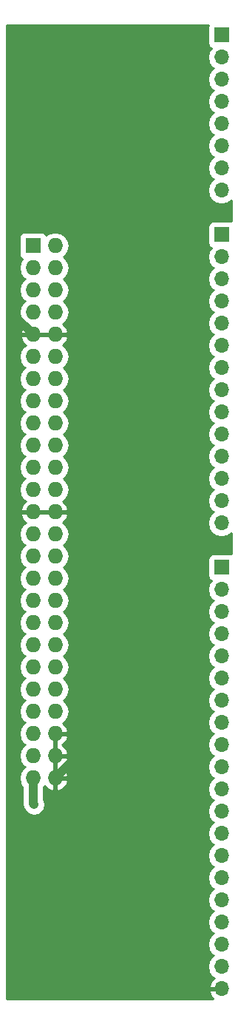
<source format=gbr>
G04 #@! TF.FileFunction,Copper,L1,Top,Signal*
%FSLAX46Y46*%
G04 Gerber Fmt 4.6, Leading zero omitted, Abs format (unit mm)*
G04 Created by KiCad (PCBNEW 4.0.7) date 05/21/18 18:47:21*
%MOMM*%
%LPD*%
G01*
G04 APERTURE LIST*
%ADD10C,0.100000*%
%ADD11R,1.700000X1.700000*%
%ADD12O,1.700000X1.700000*%
%ADD13R,1.727200X1.727200*%
%ADD14O,1.727200X1.727200*%
%ADD15C,0.800000*%
%ADD16C,0.250000*%
%ADD17C,1.000000*%
%ADD18C,0.254000*%
G04 APERTURE END LIST*
D10*
D11*
X161925000Y-101600000D03*
D12*
X161925000Y-104140000D03*
X161925000Y-106680000D03*
X161925000Y-109220000D03*
X161925000Y-111760000D03*
X161925000Y-114300000D03*
X161925000Y-116840000D03*
X161925000Y-119380000D03*
X161925000Y-121920000D03*
X161925000Y-124460000D03*
X161925000Y-127000000D03*
X161925000Y-129540000D03*
X161925000Y-132080000D03*
X161925000Y-134620000D03*
X161925000Y-137160000D03*
X161925000Y-139700000D03*
X161925000Y-142240000D03*
X161925000Y-144780000D03*
X161925000Y-147320000D03*
X161925000Y-149860000D03*
D13*
X140335000Y-64770000D03*
D14*
X142875000Y-64770000D03*
X140335000Y-67310000D03*
X142875000Y-67310000D03*
X140335000Y-69850000D03*
X142875000Y-69850000D03*
X140335000Y-72390000D03*
X142875000Y-72390000D03*
X140335000Y-74930000D03*
X142875000Y-74930000D03*
X140335000Y-77470000D03*
X142875000Y-77470000D03*
X140335000Y-80010000D03*
X142875000Y-80010000D03*
X140335000Y-82550000D03*
X142875000Y-82550000D03*
X140335000Y-85090000D03*
X142875000Y-85090000D03*
X140335000Y-87630000D03*
X142875000Y-87630000D03*
X140335000Y-90170000D03*
X142875000Y-90170000D03*
X140335000Y-92710000D03*
X142875000Y-92710000D03*
X140335000Y-95250000D03*
X142875000Y-95250000D03*
X140335000Y-97790000D03*
X142875000Y-97790000D03*
X140335000Y-100330000D03*
X142875000Y-100330000D03*
X140335000Y-102870000D03*
X142875000Y-102870000D03*
X140335000Y-105410000D03*
X142875000Y-105410000D03*
X140335000Y-107950000D03*
X142875000Y-107950000D03*
X140335000Y-110490000D03*
X142875000Y-110490000D03*
X140335000Y-113030000D03*
X142875000Y-113030000D03*
X140335000Y-115570000D03*
X142875000Y-115570000D03*
X140335000Y-118110000D03*
X142875000Y-118110000D03*
X140335000Y-120650000D03*
X142875000Y-120650000D03*
X140335000Y-123190000D03*
X142875000Y-123190000D03*
X140335000Y-125730000D03*
X142875000Y-125730000D03*
D11*
X161925000Y-40640000D03*
D12*
X161925000Y-43180000D03*
X161925000Y-45720000D03*
X161925000Y-48260000D03*
X161925000Y-50800000D03*
X161925000Y-53340000D03*
X161925000Y-55880000D03*
X161925000Y-58420000D03*
D11*
X161925000Y-63500000D03*
D12*
X161925000Y-66040000D03*
X161925000Y-68580000D03*
X161925000Y-71120000D03*
X161925000Y-73660000D03*
X161925000Y-76200000D03*
X161925000Y-78740000D03*
X161925000Y-81280000D03*
X161925000Y-83820000D03*
X161925000Y-86360000D03*
X161925000Y-88900000D03*
X161925000Y-91440000D03*
X161925000Y-93980000D03*
X161925000Y-96520000D03*
D15*
X145034000Y-117856000D03*
X145034000Y-100076000D03*
X145034000Y-86868000D03*
X145288000Y-74930000D03*
X140462000Y-128778000D03*
D16*
X142875000Y-67310000D02*
X143002000Y-67310000D01*
X143002000Y-69850000D02*
X142875000Y-69850000D01*
X161290000Y-55880000D02*
X161925000Y-55880000D01*
X161925000Y-55880000D02*
X161290000Y-55880000D01*
D17*
X145288000Y-74930000D02*
X145288000Y-61976000D01*
X138176000Y-72771000D02*
X140335000Y-74930000D01*
X138176000Y-61976000D02*
X138176000Y-72771000D01*
X139192000Y-60960000D02*
X138176000Y-61976000D01*
X144272000Y-60960000D02*
X139192000Y-60960000D01*
X145288000Y-61976000D02*
X144272000Y-60960000D01*
X145034000Y-123571000D02*
X142875000Y-125730000D01*
X145034000Y-75184000D02*
X145034000Y-86868000D01*
X145034000Y-86868000D02*
X145034000Y-100076000D01*
X145034000Y-100076000D02*
X145034000Y-117856000D01*
X145034000Y-117856000D02*
X145034000Y-123571000D01*
X145288000Y-74930000D02*
X145034000Y-75184000D01*
X140335000Y-125730000D02*
X140335000Y-128651000D01*
X140335000Y-128651000D02*
X140462000Y-128778000D01*
D18*
G36*
X160333758Y-39790000D02*
X160333758Y-41490000D01*
X160384451Y-41759410D01*
X160543672Y-42006846D01*
X160731864Y-42135433D01*
X160437147Y-42576508D01*
X160317105Y-43180000D01*
X160437147Y-43783492D01*
X160778998Y-44295107D01*
X161010811Y-44450000D01*
X160778998Y-44604893D01*
X160437147Y-45116508D01*
X160317105Y-45720000D01*
X160437147Y-46323492D01*
X160778998Y-46835107D01*
X161010811Y-46990000D01*
X160778998Y-47144893D01*
X160437147Y-47656508D01*
X160317105Y-48260000D01*
X160437147Y-48863492D01*
X160778998Y-49375107D01*
X161010811Y-49530000D01*
X160778998Y-49684893D01*
X160437147Y-50196508D01*
X160317105Y-50800000D01*
X160437147Y-51403492D01*
X160778998Y-51915107D01*
X161010811Y-52070000D01*
X160778998Y-52224893D01*
X160437147Y-52736508D01*
X160317105Y-53340000D01*
X160437147Y-53943492D01*
X160778998Y-54455107D01*
X161010811Y-54610000D01*
X160778998Y-54764893D01*
X160437147Y-55276508D01*
X160317105Y-55880000D01*
X160437147Y-56483492D01*
X160778998Y-56995107D01*
X161010811Y-57150000D01*
X160778998Y-57304893D01*
X160437147Y-57816508D01*
X160317105Y-58420000D01*
X160437147Y-59023492D01*
X160778998Y-59535107D01*
X161290613Y-59876958D01*
X161894105Y-59997000D01*
X161955895Y-59997000D01*
X162559387Y-59876958D01*
X163028000Y-59563840D01*
X163028000Y-61959991D01*
X162775000Y-61908758D01*
X161075000Y-61908758D01*
X160805590Y-61959451D01*
X160558154Y-62118672D01*
X160392157Y-62361615D01*
X160333758Y-62650000D01*
X160333758Y-64350000D01*
X160384451Y-64619410D01*
X160543672Y-64866846D01*
X160731864Y-64995433D01*
X160437147Y-65436508D01*
X160317105Y-66040000D01*
X160437147Y-66643492D01*
X160778998Y-67155107D01*
X161010811Y-67310000D01*
X160778998Y-67464893D01*
X160437147Y-67976508D01*
X160317105Y-68580000D01*
X160437147Y-69183492D01*
X160778998Y-69695107D01*
X161010811Y-69850000D01*
X160778998Y-70004893D01*
X160437147Y-70516508D01*
X160317105Y-71120000D01*
X160437147Y-71723492D01*
X160778998Y-72235107D01*
X161010811Y-72390000D01*
X160778998Y-72544893D01*
X160437147Y-73056508D01*
X160317105Y-73660000D01*
X160437147Y-74263492D01*
X160778998Y-74775107D01*
X161010811Y-74930000D01*
X160778998Y-75084893D01*
X160437147Y-75596508D01*
X160317105Y-76200000D01*
X160437147Y-76803492D01*
X160778998Y-77315107D01*
X161010811Y-77470000D01*
X160778998Y-77624893D01*
X160437147Y-78136508D01*
X160317105Y-78740000D01*
X160437147Y-79343492D01*
X160778998Y-79855107D01*
X161010811Y-80010000D01*
X160778998Y-80164893D01*
X160437147Y-80676508D01*
X160317105Y-81280000D01*
X160437147Y-81883492D01*
X160778998Y-82395107D01*
X161010811Y-82550000D01*
X160778998Y-82704893D01*
X160437147Y-83216508D01*
X160317105Y-83820000D01*
X160437147Y-84423492D01*
X160778998Y-84935107D01*
X161010811Y-85090000D01*
X160778998Y-85244893D01*
X160437147Y-85756508D01*
X160317105Y-86360000D01*
X160437147Y-86963492D01*
X160778998Y-87475107D01*
X161010811Y-87630000D01*
X160778998Y-87784893D01*
X160437147Y-88296508D01*
X160317105Y-88900000D01*
X160437147Y-89503492D01*
X160778998Y-90015107D01*
X161010811Y-90170000D01*
X160778998Y-90324893D01*
X160437147Y-90836508D01*
X160317105Y-91440000D01*
X160437147Y-92043492D01*
X160778998Y-92555107D01*
X161010811Y-92710000D01*
X160778998Y-92864893D01*
X160437147Y-93376508D01*
X160317105Y-93980000D01*
X160437147Y-94583492D01*
X160778998Y-95095107D01*
X161010811Y-95250000D01*
X160778998Y-95404893D01*
X160437147Y-95916508D01*
X160317105Y-96520000D01*
X160437147Y-97123492D01*
X160778998Y-97635107D01*
X161290613Y-97976958D01*
X161894105Y-98097000D01*
X161955895Y-98097000D01*
X162559387Y-97976958D01*
X163028000Y-97663840D01*
X163028000Y-100059991D01*
X162775000Y-100008758D01*
X161075000Y-100008758D01*
X160805590Y-100059451D01*
X160558154Y-100218672D01*
X160392157Y-100461615D01*
X160333758Y-100750000D01*
X160333758Y-102450000D01*
X160384451Y-102719410D01*
X160543672Y-102966846D01*
X160731864Y-103095433D01*
X160437147Y-103536508D01*
X160317105Y-104140000D01*
X160437147Y-104743492D01*
X160778998Y-105255107D01*
X161010811Y-105410000D01*
X160778998Y-105564893D01*
X160437147Y-106076508D01*
X160317105Y-106680000D01*
X160437147Y-107283492D01*
X160778998Y-107795107D01*
X161010811Y-107950000D01*
X160778998Y-108104893D01*
X160437147Y-108616508D01*
X160317105Y-109220000D01*
X160437147Y-109823492D01*
X160778998Y-110335107D01*
X161010811Y-110490000D01*
X160778998Y-110644893D01*
X160437147Y-111156508D01*
X160317105Y-111760000D01*
X160437147Y-112363492D01*
X160778998Y-112875107D01*
X161010811Y-113030000D01*
X160778998Y-113184893D01*
X160437147Y-113696508D01*
X160317105Y-114300000D01*
X160437147Y-114903492D01*
X160778998Y-115415107D01*
X161010811Y-115570000D01*
X160778998Y-115724893D01*
X160437147Y-116236508D01*
X160317105Y-116840000D01*
X160437147Y-117443492D01*
X160778998Y-117955107D01*
X161010811Y-118110000D01*
X160778998Y-118264893D01*
X160437147Y-118776508D01*
X160317105Y-119380000D01*
X160437147Y-119983492D01*
X160778998Y-120495107D01*
X161010811Y-120650000D01*
X160778998Y-120804893D01*
X160437147Y-121316508D01*
X160317105Y-121920000D01*
X160437147Y-122523492D01*
X160778998Y-123035107D01*
X161010811Y-123190000D01*
X160778998Y-123344893D01*
X160437147Y-123856508D01*
X160317105Y-124460000D01*
X160437147Y-125063492D01*
X160778998Y-125575107D01*
X161010811Y-125730000D01*
X160778998Y-125884893D01*
X160437147Y-126396508D01*
X160317105Y-127000000D01*
X160437147Y-127603492D01*
X160778998Y-128115107D01*
X161010811Y-128270000D01*
X160778998Y-128424893D01*
X160437147Y-128936508D01*
X160317105Y-129540000D01*
X160437147Y-130143492D01*
X160778998Y-130655107D01*
X161010811Y-130810000D01*
X160778998Y-130964893D01*
X160437147Y-131476508D01*
X160317105Y-132080000D01*
X160437147Y-132683492D01*
X160778998Y-133195107D01*
X161010811Y-133350000D01*
X160778998Y-133504893D01*
X160437147Y-134016508D01*
X160317105Y-134620000D01*
X160437147Y-135223492D01*
X160778998Y-135735107D01*
X161010811Y-135890000D01*
X160778998Y-136044893D01*
X160437147Y-136556508D01*
X160317105Y-137160000D01*
X160437147Y-137763492D01*
X160778998Y-138275107D01*
X161010811Y-138430000D01*
X160778998Y-138584893D01*
X160437147Y-139096508D01*
X160317105Y-139700000D01*
X160437147Y-140303492D01*
X160778998Y-140815107D01*
X161010811Y-140970000D01*
X160778998Y-141124893D01*
X160437147Y-141636508D01*
X160317105Y-142240000D01*
X160437147Y-142843492D01*
X160778998Y-143355107D01*
X161010811Y-143510000D01*
X160778998Y-143664893D01*
X160437147Y-144176508D01*
X160317105Y-144780000D01*
X160437147Y-145383492D01*
X160778998Y-145895107D01*
X161010811Y-146050000D01*
X160778998Y-146204893D01*
X160437147Y-146716508D01*
X160317105Y-147320000D01*
X160437147Y-147923492D01*
X160778998Y-148435107D01*
X161090118Y-148642991D01*
X161043642Y-148664817D01*
X160653355Y-149093076D01*
X160483524Y-149503110D01*
X160604845Y-149733000D01*
X161798000Y-149733000D01*
X161798000Y-149713000D01*
X162052000Y-149713000D01*
X162052000Y-149733000D01*
X162072000Y-149733000D01*
X162072000Y-149987000D01*
X162052000Y-149987000D01*
X162052000Y-150007000D01*
X161798000Y-150007000D01*
X161798000Y-149987000D01*
X160604845Y-149987000D01*
X160483524Y-150216890D01*
X160653355Y-150626924D01*
X160959632Y-150963000D01*
X137327000Y-150963000D01*
X137327000Y-97790000D01*
X138713238Y-97790000D01*
X138834315Y-98398696D01*
X139179114Y-98914724D01*
X139396535Y-99060000D01*
X139179114Y-99205276D01*
X138834315Y-99721304D01*
X138713238Y-100330000D01*
X138834315Y-100938696D01*
X139179114Y-101454724D01*
X139396535Y-101600000D01*
X139179114Y-101745276D01*
X138834315Y-102261304D01*
X138713238Y-102870000D01*
X138834315Y-103478696D01*
X139179114Y-103994724D01*
X139396535Y-104140000D01*
X139179114Y-104285276D01*
X138834315Y-104801304D01*
X138713238Y-105410000D01*
X138834315Y-106018696D01*
X139179114Y-106534724D01*
X139396535Y-106680000D01*
X139179114Y-106825276D01*
X138834315Y-107341304D01*
X138713238Y-107950000D01*
X138834315Y-108558696D01*
X139179114Y-109074724D01*
X139396535Y-109220000D01*
X139179114Y-109365276D01*
X138834315Y-109881304D01*
X138713238Y-110490000D01*
X138834315Y-111098696D01*
X139179114Y-111614724D01*
X139396535Y-111760000D01*
X139179114Y-111905276D01*
X138834315Y-112421304D01*
X138713238Y-113030000D01*
X138834315Y-113638696D01*
X139179114Y-114154724D01*
X139396535Y-114300000D01*
X139179114Y-114445276D01*
X138834315Y-114961304D01*
X138713238Y-115570000D01*
X138834315Y-116178696D01*
X139179114Y-116694724D01*
X139396535Y-116840000D01*
X139179114Y-116985276D01*
X138834315Y-117501304D01*
X138713238Y-118110000D01*
X138834315Y-118718696D01*
X139179114Y-119234724D01*
X139396535Y-119380000D01*
X139179114Y-119525276D01*
X138834315Y-120041304D01*
X138713238Y-120650000D01*
X138834315Y-121258696D01*
X139179114Y-121774724D01*
X139396535Y-121920000D01*
X139179114Y-122065276D01*
X138834315Y-122581304D01*
X138713238Y-123190000D01*
X138834315Y-123798696D01*
X139179114Y-124314724D01*
X139396535Y-124460000D01*
X139179114Y-124605276D01*
X138834315Y-125121304D01*
X138713238Y-125730000D01*
X138834315Y-126338696D01*
X139108000Y-126748294D01*
X139108000Y-128651000D01*
X139201400Y-129120553D01*
X139399632Y-129417228D01*
X139467380Y-129518620D01*
X139594380Y-129645620D01*
X139992448Y-129911600D01*
X140462000Y-130005000D01*
X140931552Y-129911600D01*
X141329620Y-129645620D01*
X141595600Y-129247552D01*
X141689000Y-128778000D01*
X141595600Y-128308448D01*
X141562000Y-128258162D01*
X141562000Y-126748294D01*
X141668689Y-126588624D01*
X141986510Y-126936821D01*
X142515973Y-127184968D01*
X142748000Y-127064469D01*
X142748000Y-125857000D01*
X143002000Y-125857000D01*
X143002000Y-127064469D01*
X143234027Y-127184968D01*
X143763490Y-126936821D01*
X144157688Y-126504947D01*
X144329958Y-126089026D01*
X144208817Y-125857000D01*
X143002000Y-125857000D01*
X142748000Y-125857000D01*
X142728000Y-125857000D01*
X142728000Y-125603000D01*
X142748000Y-125603000D01*
X142748000Y-123317000D01*
X143002000Y-123317000D01*
X143002000Y-125603000D01*
X144208817Y-125603000D01*
X144329958Y-125370974D01*
X144157688Y-124955053D01*
X143763490Y-124523179D01*
X143628687Y-124460000D01*
X143763490Y-124396821D01*
X144157688Y-123964947D01*
X144329958Y-123549026D01*
X144208817Y-123317000D01*
X143002000Y-123317000D01*
X142748000Y-123317000D01*
X142728000Y-123317000D01*
X142728000Y-123063000D01*
X142748000Y-123063000D01*
X142748000Y-120777000D01*
X143002000Y-120777000D01*
X143002000Y-123063000D01*
X144208817Y-123063000D01*
X144329958Y-122830974D01*
X144157688Y-122415053D01*
X143763490Y-121983179D01*
X143628687Y-121920000D01*
X143763490Y-121856821D01*
X144157688Y-121424947D01*
X144329958Y-121009026D01*
X144208817Y-120777000D01*
X143002000Y-120777000D01*
X142748000Y-120777000D01*
X142728000Y-120777000D01*
X142728000Y-120523000D01*
X142748000Y-120523000D01*
X142748000Y-120503000D01*
X143002000Y-120503000D01*
X143002000Y-120523000D01*
X144208817Y-120523000D01*
X144329958Y-120290974D01*
X144157688Y-119875053D01*
X143763490Y-119443179D01*
X143737289Y-119430899D01*
X144030886Y-119234724D01*
X144375685Y-118718696D01*
X144496762Y-118110000D01*
X144375685Y-117501304D01*
X144030886Y-116985276D01*
X143813465Y-116840000D01*
X144030886Y-116694724D01*
X144375685Y-116178696D01*
X144496762Y-115570000D01*
X144375685Y-114961304D01*
X144030886Y-114445276D01*
X143813465Y-114300000D01*
X144030886Y-114154724D01*
X144375685Y-113638696D01*
X144496762Y-113030000D01*
X144375685Y-112421304D01*
X144030886Y-111905276D01*
X143813465Y-111760000D01*
X144030886Y-111614724D01*
X144375685Y-111098696D01*
X144496762Y-110490000D01*
X144375685Y-109881304D01*
X144030886Y-109365276D01*
X143813465Y-109220000D01*
X144030886Y-109074724D01*
X144375685Y-108558696D01*
X144496762Y-107950000D01*
X144375685Y-107341304D01*
X144030886Y-106825276D01*
X143813465Y-106680000D01*
X144030886Y-106534724D01*
X144375685Y-106018696D01*
X144496762Y-105410000D01*
X144375685Y-104801304D01*
X144030886Y-104285276D01*
X143813465Y-104140000D01*
X144030886Y-103994724D01*
X144375685Y-103478696D01*
X144496762Y-102870000D01*
X144375685Y-102261304D01*
X144030886Y-101745276D01*
X143813465Y-101600000D01*
X144030886Y-101454724D01*
X144375685Y-100938696D01*
X144496762Y-100330000D01*
X144375685Y-99721304D01*
X144030886Y-99205276D01*
X143813465Y-99060000D01*
X144030886Y-98914724D01*
X144375685Y-98398696D01*
X144496762Y-97790000D01*
X144375685Y-97181304D01*
X144030886Y-96665276D01*
X143737289Y-96469101D01*
X143763490Y-96456821D01*
X144157688Y-96024947D01*
X144329958Y-95609026D01*
X144208817Y-95377000D01*
X143002000Y-95377000D01*
X143002000Y-95397000D01*
X142748000Y-95397000D01*
X142748000Y-95377000D01*
X140462000Y-95377000D01*
X140462000Y-95397000D01*
X140208000Y-95397000D01*
X140208000Y-95377000D01*
X139001183Y-95377000D01*
X138880042Y-95609026D01*
X139052312Y-96024947D01*
X139446510Y-96456821D01*
X139472711Y-96469101D01*
X139179114Y-96665276D01*
X138834315Y-97181304D01*
X138713238Y-97790000D01*
X137327000Y-97790000D01*
X137327000Y-77470000D01*
X138713238Y-77470000D01*
X138834315Y-78078696D01*
X139179114Y-78594724D01*
X139396535Y-78740000D01*
X139179114Y-78885276D01*
X138834315Y-79401304D01*
X138713238Y-80010000D01*
X138834315Y-80618696D01*
X139179114Y-81134724D01*
X139396535Y-81280000D01*
X139179114Y-81425276D01*
X138834315Y-81941304D01*
X138713238Y-82550000D01*
X138834315Y-83158696D01*
X139179114Y-83674724D01*
X139396535Y-83820000D01*
X139179114Y-83965276D01*
X138834315Y-84481304D01*
X138713238Y-85090000D01*
X138834315Y-85698696D01*
X139179114Y-86214724D01*
X139396535Y-86360000D01*
X139179114Y-86505276D01*
X138834315Y-87021304D01*
X138713238Y-87630000D01*
X138834315Y-88238696D01*
X139179114Y-88754724D01*
X139396535Y-88900000D01*
X139179114Y-89045276D01*
X138834315Y-89561304D01*
X138713238Y-90170000D01*
X138834315Y-90778696D01*
X139179114Y-91294724D01*
X139396535Y-91440000D01*
X139179114Y-91585276D01*
X138834315Y-92101304D01*
X138713238Y-92710000D01*
X138834315Y-93318696D01*
X139179114Y-93834724D01*
X139472711Y-94030899D01*
X139446510Y-94043179D01*
X139052312Y-94475053D01*
X138880042Y-94890974D01*
X139001183Y-95123000D01*
X140208000Y-95123000D01*
X140208000Y-95103000D01*
X140462000Y-95103000D01*
X140462000Y-95123000D01*
X142748000Y-95123000D01*
X142748000Y-95103000D01*
X143002000Y-95103000D01*
X143002000Y-95123000D01*
X144208817Y-95123000D01*
X144329958Y-94890974D01*
X144157688Y-94475053D01*
X143763490Y-94043179D01*
X143737289Y-94030899D01*
X144030886Y-93834724D01*
X144375685Y-93318696D01*
X144496762Y-92710000D01*
X144375685Y-92101304D01*
X144030886Y-91585276D01*
X143813465Y-91440000D01*
X144030886Y-91294724D01*
X144375685Y-90778696D01*
X144496762Y-90170000D01*
X144375685Y-89561304D01*
X144030886Y-89045276D01*
X143813465Y-88900000D01*
X144030886Y-88754724D01*
X144375685Y-88238696D01*
X144496762Y-87630000D01*
X144375685Y-87021304D01*
X144030886Y-86505276D01*
X143813465Y-86360000D01*
X144030886Y-86214724D01*
X144375685Y-85698696D01*
X144496762Y-85090000D01*
X144375685Y-84481304D01*
X144030886Y-83965276D01*
X143813465Y-83820000D01*
X144030886Y-83674724D01*
X144375685Y-83158696D01*
X144496762Y-82550000D01*
X144375685Y-81941304D01*
X144030886Y-81425276D01*
X143813465Y-81280000D01*
X144030886Y-81134724D01*
X144375685Y-80618696D01*
X144496762Y-80010000D01*
X144375685Y-79401304D01*
X144030886Y-78885276D01*
X143813465Y-78740000D01*
X144030886Y-78594724D01*
X144375685Y-78078696D01*
X144496762Y-77470000D01*
X144375685Y-76861304D01*
X144030886Y-76345276D01*
X143737289Y-76149101D01*
X143763490Y-76136821D01*
X144157688Y-75704947D01*
X144329958Y-75289026D01*
X144208817Y-75057000D01*
X143002000Y-75057000D01*
X143002000Y-75077000D01*
X142748000Y-75077000D01*
X142748000Y-75057000D01*
X140462000Y-75057000D01*
X140462000Y-75077000D01*
X140208000Y-75077000D01*
X140208000Y-75057000D01*
X139001183Y-75057000D01*
X138880042Y-75289026D01*
X139052312Y-75704947D01*
X139446510Y-76136821D01*
X139472711Y-76149101D01*
X139179114Y-76345276D01*
X138834315Y-76861304D01*
X138713238Y-77470000D01*
X137327000Y-77470000D01*
X137327000Y-67310000D01*
X138713238Y-67310000D01*
X138834315Y-67918696D01*
X139179114Y-68434724D01*
X139396535Y-68580000D01*
X139179114Y-68725276D01*
X138834315Y-69241304D01*
X138713238Y-69850000D01*
X138834315Y-70458696D01*
X139179114Y-70974724D01*
X139396535Y-71120000D01*
X139179114Y-71265276D01*
X138834315Y-71781304D01*
X138713238Y-72390000D01*
X138834315Y-72998696D01*
X139179114Y-73514724D01*
X139472711Y-73710899D01*
X139446510Y-73723179D01*
X139052312Y-74155053D01*
X138880042Y-74570974D01*
X139001183Y-74803000D01*
X140208000Y-74803000D01*
X140208000Y-74783000D01*
X140462000Y-74783000D01*
X140462000Y-74803000D01*
X142748000Y-74803000D01*
X142748000Y-74783000D01*
X143002000Y-74783000D01*
X143002000Y-74803000D01*
X144208817Y-74803000D01*
X144329958Y-74570974D01*
X144157688Y-74155053D01*
X143763490Y-73723179D01*
X143737289Y-73710899D01*
X144030886Y-73514724D01*
X144375685Y-72998696D01*
X144496762Y-72390000D01*
X144375685Y-71781304D01*
X144030886Y-71265276D01*
X143813465Y-71120000D01*
X144030886Y-70974724D01*
X144375685Y-70458696D01*
X144496762Y-69850000D01*
X144375685Y-69241304D01*
X144030886Y-68725276D01*
X143813465Y-68580000D01*
X144030886Y-68434724D01*
X144375685Y-67918696D01*
X144496762Y-67310000D01*
X144375685Y-66701304D01*
X144030886Y-66185276D01*
X143813465Y-66040000D01*
X144030886Y-65894724D01*
X144375685Y-65378696D01*
X144496762Y-64770000D01*
X144375685Y-64161304D01*
X144030886Y-63645276D01*
X143514858Y-63300477D01*
X142906162Y-63179400D01*
X142843838Y-63179400D01*
X142235142Y-63300477D01*
X141841751Y-63563332D01*
X141729928Y-63389554D01*
X141486985Y-63223557D01*
X141198600Y-63165158D01*
X139471400Y-63165158D01*
X139201990Y-63215851D01*
X138954554Y-63375072D01*
X138788557Y-63618015D01*
X138730158Y-63906400D01*
X138730158Y-65633600D01*
X138780851Y-65903010D01*
X138940072Y-66150446D01*
X139120165Y-66273499D01*
X138834315Y-66701304D01*
X138713238Y-67310000D01*
X137327000Y-67310000D01*
X137327000Y-39537000D01*
X160384991Y-39537000D01*
X160333758Y-39790000D01*
X160333758Y-39790000D01*
G37*
X160333758Y-39790000D02*
X160333758Y-41490000D01*
X160384451Y-41759410D01*
X160543672Y-42006846D01*
X160731864Y-42135433D01*
X160437147Y-42576508D01*
X160317105Y-43180000D01*
X160437147Y-43783492D01*
X160778998Y-44295107D01*
X161010811Y-44450000D01*
X160778998Y-44604893D01*
X160437147Y-45116508D01*
X160317105Y-45720000D01*
X160437147Y-46323492D01*
X160778998Y-46835107D01*
X161010811Y-46990000D01*
X160778998Y-47144893D01*
X160437147Y-47656508D01*
X160317105Y-48260000D01*
X160437147Y-48863492D01*
X160778998Y-49375107D01*
X161010811Y-49530000D01*
X160778998Y-49684893D01*
X160437147Y-50196508D01*
X160317105Y-50800000D01*
X160437147Y-51403492D01*
X160778998Y-51915107D01*
X161010811Y-52070000D01*
X160778998Y-52224893D01*
X160437147Y-52736508D01*
X160317105Y-53340000D01*
X160437147Y-53943492D01*
X160778998Y-54455107D01*
X161010811Y-54610000D01*
X160778998Y-54764893D01*
X160437147Y-55276508D01*
X160317105Y-55880000D01*
X160437147Y-56483492D01*
X160778998Y-56995107D01*
X161010811Y-57150000D01*
X160778998Y-57304893D01*
X160437147Y-57816508D01*
X160317105Y-58420000D01*
X160437147Y-59023492D01*
X160778998Y-59535107D01*
X161290613Y-59876958D01*
X161894105Y-59997000D01*
X161955895Y-59997000D01*
X162559387Y-59876958D01*
X163028000Y-59563840D01*
X163028000Y-61959991D01*
X162775000Y-61908758D01*
X161075000Y-61908758D01*
X160805590Y-61959451D01*
X160558154Y-62118672D01*
X160392157Y-62361615D01*
X160333758Y-62650000D01*
X160333758Y-64350000D01*
X160384451Y-64619410D01*
X160543672Y-64866846D01*
X160731864Y-64995433D01*
X160437147Y-65436508D01*
X160317105Y-66040000D01*
X160437147Y-66643492D01*
X160778998Y-67155107D01*
X161010811Y-67310000D01*
X160778998Y-67464893D01*
X160437147Y-67976508D01*
X160317105Y-68580000D01*
X160437147Y-69183492D01*
X160778998Y-69695107D01*
X161010811Y-69850000D01*
X160778998Y-70004893D01*
X160437147Y-70516508D01*
X160317105Y-71120000D01*
X160437147Y-71723492D01*
X160778998Y-72235107D01*
X161010811Y-72390000D01*
X160778998Y-72544893D01*
X160437147Y-73056508D01*
X160317105Y-73660000D01*
X160437147Y-74263492D01*
X160778998Y-74775107D01*
X161010811Y-74930000D01*
X160778998Y-75084893D01*
X160437147Y-75596508D01*
X160317105Y-76200000D01*
X160437147Y-76803492D01*
X160778998Y-77315107D01*
X161010811Y-77470000D01*
X160778998Y-77624893D01*
X160437147Y-78136508D01*
X160317105Y-78740000D01*
X160437147Y-79343492D01*
X160778998Y-79855107D01*
X161010811Y-80010000D01*
X160778998Y-80164893D01*
X160437147Y-80676508D01*
X160317105Y-81280000D01*
X160437147Y-81883492D01*
X160778998Y-82395107D01*
X161010811Y-82550000D01*
X160778998Y-82704893D01*
X160437147Y-83216508D01*
X160317105Y-83820000D01*
X160437147Y-84423492D01*
X160778998Y-84935107D01*
X161010811Y-85090000D01*
X160778998Y-85244893D01*
X160437147Y-85756508D01*
X160317105Y-86360000D01*
X160437147Y-86963492D01*
X160778998Y-87475107D01*
X161010811Y-87630000D01*
X160778998Y-87784893D01*
X160437147Y-88296508D01*
X160317105Y-88900000D01*
X160437147Y-89503492D01*
X160778998Y-90015107D01*
X161010811Y-90170000D01*
X160778998Y-90324893D01*
X160437147Y-90836508D01*
X160317105Y-91440000D01*
X160437147Y-92043492D01*
X160778998Y-92555107D01*
X161010811Y-92710000D01*
X160778998Y-92864893D01*
X160437147Y-93376508D01*
X160317105Y-93980000D01*
X160437147Y-94583492D01*
X160778998Y-95095107D01*
X161010811Y-95250000D01*
X160778998Y-95404893D01*
X160437147Y-95916508D01*
X160317105Y-96520000D01*
X160437147Y-97123492D01*
X160778998Y-97635107D01*
X161290613Y-97976958D01*
X161894105Y-98097000D01*
X161955895Y-98097000D01*
X162559387Y-97976958D01*
X163028000Y-97663840D01*
X163028000Y-100059991D01*
X162775000Y-100008758D01*
X161075000Y-100008758D01*
X160805590Y-100059451D01*
X160558154Y-100218672D01*
X160392157Y-100461615D01*
X160333758Y-100750000D01*
X160333758Y-102450000D01*
X160384451Y-102719410D01*
X160543672Y-102966846D01*
X160731864Y-103095433D01*
X160437147Y-103536508D01*
X160317105Y-104140000D01*
X160437147Y-104743492D01*
X160778998Y-105255107D01*
X161010811Y-105410000D01*
X160778998Y-105564893D01*
X160437147Y-106076508D01*
X160317105Y-106680000D01*
X160437147Y-107283492D01*
X160778998Y-107795107D01*
X161010811Y-107950000D01*
X160778998Y-108104893D01*
X160437147Y-108616508D01*
X160317105Y-109220000D01*
X160437147Y-109823492D01*
X160778998Y-110335107D01*
X161010811Y-110490000D01*
X160778998Y-110644893D01*
X160437147Y-111156508D01*
X160317105Y-111760000D01*
X160437147Y-112363492D01*
X160778998Y-112875107D01*
X161010811Y-113030000D01*
X160778998Y-113184893D01*
X160437147Y-113696508D01*
X160317105Y-114300000D01*
X160437147Y-114903492D01*
X160778998Y-115415107D01*
X161010811Y-115570000D01*
X160778998Y-115724893D01*
X160437147Y-116236508D01*
X160317105Y-116840000D01*
X160437147Y-117443492D01*
X160778998Y-117955107D01*
X161010811Y-118110000D01*
X160778998Y-118264893D01*
X160437147Y-118776508D01*
X160317105Y-119380000D01*
X160437147Y-119983492D01*
X160778998Y-120495107D01*
X161010811Y-120650000D01*
X160778998Y-120804893D01*
X160437147Y-121316508D01*
X160317105Y-121920000D01*
X160437147Y-122523492D01*
X160778998Y-123035107D01*
X161010811Y-123190000D01*
X160778998Y-123344893D01*
X160437147Y-123856508D01*
X160317105Y-124460000D01*
X160437147Y-125063492D01*
X160778998Y-125575107D01*
X161010811Y-125730000D01*
X160778998Y-125884893D01*
X160437147Y-126396508D01*
X160317105Y-127000000D01*
X160437147Y-127603492D01*
X160778998Y-128115107D01*
X161010811Y-128270000D01*
X160778998Y-128424893D01*
X160437147Y-128936508D01*
X160317105Y-129540000D01*
X160437147Y-130143492D01*
X160778998Y-130655107D01*
X161010811Y-130810000D01*
X160778998Y-130964893D01*
X160437147Y-131476508D01*
X160317105Y-132080000D01*
X160437147Y-132683492D01*
X160778998Y-133195107D01*
X161010811Y-133350000D01*
X160778998Y-133504893D01*
X160437147Y-134016508D01*
X160317105Y-134620000D01*
X160437147Y-135223492D01*
X160778998Y-135735107D01*
X161010811Y-135890000D01*
X160778998Y-136044893D01*
X160437147Y-136556508D01*
X160317105Y-137160000D01*
X160437147Y-137763492D01*
X160778998Y-138275107D01*
X161010811Y-138430000D01*
X160778998Y-138584893D01*
X160437147Y-139096508D01*
X160317105Y-139700000D01*
X160437147Y-140303492D01*
X160778998Y-140815107D01*
X161010811Y-140970000D01*
X160778998Y-141124893D01*
X160437147Y-141636508D01*
X160317105Y-142240000D01*
X160437147Y-142843492D01*
X160778998Y-143355107D01*
X161010811Y-143510000D01*
X160778998Y-143664893D01*
X160437147Y-144176508D01*
X160317105Y-144780000D01*
X160437147Y-145383492D01*
X160778998Y-145895107D01*
X161010811Y-146050000D01*
X160778998Y-146204893D01*
X160437147Y-146716508D01*
X160317105Y-147320000D01*
X160437147Y-147923492D01*
X160778998Y-148435107D01*
X161090118Y-148642991D01*
X161043642Y-148664817D01*
X160653355Y-149093076D01*
X160483524Y-149503110D01*
X160604845Y-149733000D01*
X161798000Y-149733000D01*
X161798000Y-149713000D01*
X162052000Y-149713000D01*
X162052000Y-149733000D01*
X162072000Y-149733000D01*
X162072000Y-149987000D01*
X162052000Y-149987000D01*
X162052000Y-150007000D01*
X161798000Y-150007000D01*
X161798000Y-149987000D01*
X160604845Y-149987000D01*
X160483524Y-150216890D01*
X160653355Y-150626924D01*
X160959632Y-150963000D01*
X137327000Y-150963000D01*
X137327000Y-97790000D01*
X138713238Y-97790000D01*
X138834315Y-98398696D01*
X139179114Y-98914724D01*
X139396535Y-99060000D01*
X139179114Y-99205276D01*
X138834315Y-99721304D01*
X138713238Y-100330000D01*
X138834315Y-100938696D01*
X139179114Y-101454724D01*
X139396535Y-101600000D01*
X139179114Y-101745276D01*
X138834315Y-102261304D01*
X138713238Y-102870000D01*
X138834315Y-103478696D01*
X139179114Y-103994724D01*
X139396535Y-104140000D01*
X139179114Y-104285276D01*
X138834315Y-104801304D01*
X138713238Y-105410000D01*
X138834315Y-106018696D01*
X139179114Y-106534724D01*
X139396535Y-106680000D01*
X139179114Y-106825276D01*
X138834315Y-107341304D01*
X138713238Y-107950000D01*
X138834315Y-108558696D01*
X139179114Y-109074724D01*
X139396535Y-109220000D01*
X139179114Y-109365276D01*
X138834315Y-109881304D01*
X138713238Y-110490000D01*
X138834315Y-111098696D01*
X139179114Y-111614724D01*
X139396535Y-111760000D01*
X139179114Y-111905276D01*
X138834315Y-112421304D01*
X138713238Y-113030000D01*
X138834315Y-113638696D01*
X139179114Y-114154724D01*
X139396535Y-114300000D01*
X139179114Y-114445276D01*
X138834315Y-114961304D01*
X138713238Y-115570000D01*
X138834315Y-116178696D01*
X139179114Y-116694724D01*
X139396535Y-116840000D01*
X139179114Y-116985276D01*
X138834315Y-117501304D01*
X138713238Y-118110000D01*
X138834315Y-118718696D01*
X139179114Y-119234724D01*
X139396535Y-119380000D01*
X139179114Y-119525276D01*
X138834315Y-120041304D01*
X138713238Y-120650000D01*
X138834315Y-121258696D01*
X139179114Y-121774724D01*
X139396535Y-121920000D01*
X139179114Y-122065276D01*
X138834315Y-122581304D01*
X138713238Y-123190000D01*
X138834315Y-123798696D01*
X139179114Y-124314724D01*
X139396535Y-124460000D01*
X139179114Y-124605276D01*
X138834315Y-125121304D01*
X138713238Y-125730000D01*
X138834315Y-126338696D01*
X139108000Y-126748294D01*
X139108000Y-128651000D01*
X139201400Y-129120553D01*
X139399632Y-129417228D01*
X139467380Y-129518620D01*
X139594380Y-129645620D01*
X139992448Y-129911600D01*
X140462000Y-130005000D01*
X140931552Y-129911600D01*
X141329620Y-129645620D01*
X141595600Y-129247552D01*
X141689000Y-128778000D01*
X141595600Y-128308448D01*
X141562000Y-128258162D01*
X141562000Y-126748294D01*
X141668689Y-126588624D01*
X141986510Y-126936821D01*
X142515973Y-127184968D01*
X142748000Y-127064469D01*
X142748000Y-125857000D01*
X143002000Y-125857000D01*
X143002000Y-127064469D01*
X143234027Y-127184968D01*
X143763490Y-126936821D01*
X144157688Y-126504947D01*
X144329958Y-126089026D01*
X144208817Y-125857000D01*
X143002000Y-125857000D01*
X142748000Y-125857000D01*
X142728000Y-125857000D01*
X142728000Y-125603000D01*
X142748000Y-125603000D01*
X142748000Y-123317000D01*
X143002000Y-123317000D01*
X143002000Y-125603000D01*
X144208817Y-125603000D01*
X144329958Y-125370974D01*
X144157688Y-124955053D01*
X143763490Y-124523179D01*
X143628687Y-124460000D01*
X143763490Y-124396821D01*
X144157688Y-123964947D01*
X144329958Y-123549026D01*
X144208817Y-123317000D01*
X143002000Y-123317000D01*
X142748000Y-123317000D01*
X142728000Y-123317000D01*
X142728000Y-123063000D01*
X142748000Y-123063000D01*
X142748000Y-120777000D01*
X143002000Y-120777000D01*
X143002000Y-123063000D01*
X144208817Y-123063000D01*
X144329958Y-122830974D01*
X144157688Y-122415053D01*
X143763490Y-121983179D01*
X143628687Y-121920000D01*
X143763490Y-121856821D01*
X144157688Y-121424947D01*
X144329958Y-121009026D01*
X144208817Y-120777000D01*
X143002000Y-120777000D01*
X142748000Y-120777000D01*
X142728000Y-120777000D01*
X142728000Y-120523000D01*
X142748000Y-120523000D01*
X142748000Y-120503000D01*
X143002000Y-120503000D01*
X143002000Y-120523000D01*
X144208817Y-120523000D01*
X144329958Y-120290974D01*
X144157688Y-119875053D01*
X143763490Y-119443179D01*
X143737289Y-119430899D01*
X144030886Y-119234724D01*
X144375685Y-118718696D01*
X144496762Y-118110000D01*
X144375685Y-117501304D01*
X144030886Y-116985276D01*
X143813465Y-116840000D01*
X144030886Y-116694724D01*
X144375685Y-116178696D01*
X144496762Y-115570000D01*
X144375685Y-114961304D01*
X144030886Y-114445276D01*
X143813465Y-114300000D01*
X144030886Y-114154724D01*
X144375685Y-113638696D01*
X144496762Y-113030000D01*
X144375685Y-112421304D01*
X144030886Y-111905276D01*
X143813465Y-111760000D01*
X144030886Y-111614724D01*
X144375685Y-111098696D01*
X144496762Y-110490000D01*
X144375685Y-109881304D01*
X144030886Y-109365276D01*
X143813465Y-109220000D01*
X144030886Y-109074724D01*
X144375685Y-108558696D01*
X144496762Y-107950000D01*
X144375685Y-107341304D01*
X144030886Y-106825276D01*
X143813465Y-106680000D01*
X144030886Y-106534724D01*
X144375685Y-106018696D01*
X144496762Y-105410000D01*
X144375685Y-104801304D01*
X144030886Y-104285276D01*
X143813465Y-104140000D01*
X144030886Y-103994724D01*
X144375685Y-103478696D01*
X144496762Y-102870000D01*
X144375685Y-102261304D01*
X144030886Y-101745276D01*
X143813465Y-101600000D01*
X144030886Y-101454724D01*
X144375685Y-100938696D01*
X144496762Y-100330000D01*
X144375685Y-99721304D01*
X144030886Y-99205276D01*
X143813465Y-99060000D01*
X144030886Y-98914724D01*
X144375685Y-98398696D01*
X144496762Y-97790000D01*
X144375685Y-97181304D01*
X144030886Y-96665276D01*
X143737289Y-96469101D01*
X143763490Y-96456821D01*
X144157688Y-96024947D01*
X144329958Y-95609026D01*
X144208817Y-95377000D01*
X143002000Y-95377000D01*
X143002000Y-95397000D01*
X142748000Y-95397000D01*
X142748000Y-95377000D01*
X140462000Y-95377000D01*
X140462000Y-95397000D01*
X140208000Y-95397000D01*
X140208000Y-95377000D01*
X139001183Y-95377000D01*
X138880042Y-95609026D01*
X139052312Y-96024947D01*
X139446510Y-96456821D01*
X139472711Y-96469101D01*
X139179114Y-96665276D01*
X138834315Y-97181304D01*
X138713238Y-97790000D01*
X137327000Y-97790000D01*
X137327000Y-77470000D01*
X138713238Y-77470000D01*
X138834315Y-78078696D01*
X139179114Y-78594724D01*
X139396535Y-78740000D01*
X139179114Y-78885276D01*
X138834315Y-79401304D01*
X138713238Y-80010000D01*
X138834315Y-80618696D01*
X139179114Y-81134724D01*
X139396535Y-81280000D01*
X139179114Y-81425276D01*
X138834315Y-81941304D01*
X138713238Y-82550000D01*
X138834315Y-83158696D01*
X139179114Y-83674724D01*
X139396535Y-83820000D01*
X139179114Y-83965276D01*
X138834315Y-84481304D01*
X138713238Y-85090000D01*
X138834315Y-85698696D01*
X139179114Y-86214724D01*
X139396535Y-86360000D01*
X139179114Y-86505276D01*
X138834315Y-87021304D01*
X138713238Y-87630000D01*
X138834315Y-88238696D01*
X139179114Y-88754724D01*
X139396535Y-88900000D01*
X139179114Y-89045276D01*
X138834315Y-89561304D01*
X138713238Y-90170000D01*
X138834315Y-90778696D01*
X139179114Y-91294724D01*
X139396535Y-91440000D01*
X139179114Y-91585276D01*
X138834315Y-92101304D01*
X138713238Y-92710000D01*
X138834315Y-93318696D01*
X139179114Y-93834724D01*
X139472711Y-94030899D01*
X139446510Y-94043179D01*
X139052312Y-94475053D01*
X138880042Y-94890974D01*
X139001183Y-95123000D01*
X140208000Y-95123000D01*
X140208000Y-95103000D01*
X140462000Y-95103000D01*
X140462000Y-95123000D01*
X142748000Y-95123000D01*
X142748000Y-95103000D01*
X143002000Y-95103000D01*
X143002000Y-95123000D01*
X144208817Y-95123000D01*
X144329958Y-94890974D01*
X144157688Y-94475053D01*
X143763490Y-94043179D01*
X143737289Y-94030899D01*
X144030886Y-93834724D01*
X144375685Y-93318696D01*
X144496762Y-92710000D01*
X144375685Y-92101304D01*
X144030886Y-91585276D01*
X143813465Y-91440000D01*
X144030886Y-91294724D01*
X144375685Y-90778696D01*
X144496762Y-90170000D01*
X144375685Y-89561304D01*
X144030886Y-89045276D01*
X143813465Y-88900000D01*
X144030886Y-88754724D01*
X144375685Y-88238696D01*
X144496762Y-87630000D01*
X144375685Y-87021304D01*
X144030886Y-86505276D01*
X143813465Y-86360000D01*
X144030886Y-86214724D01*
X144375685Y-85698696D01*
X144496762Y-85090000D01*
X144375685Y-84481304D01*
X144030886Y-83965276D01*
X143813465Y-83820000D01*
X144030886Y-83674724D01*
X144375685Y-83158696D01*
X144496762Y-82550000D01*
X144375685Y-81941304D01*
X144030886Y-81425276D01*
X143813465Y-81280000D01*
X144030886Y-81134724D01*
X144375685Y-80618696D01*
X144496762Y-80010000D01*
X144375685Y-79401304D01*
X144030886Y-78885276D01*
X143813465Y-78740000D01*
X144030886Y-78594724D01*
X144375685Y-78078696D01*
X144496762Y-77470000D01*
X144375685Y-76861304D01*
X144030886Y-76345276D01*
X143737289Y-76149101D01*
X143763490Y-76136821D01*
X144157688Y-75704947D01*
X144329958Y-75289026D01*
X144208817Y-75057000D01*
X143002000Y-75057000D01*
X143002000Y-75077000D01*
X142748000Y-75077000D01*
X142748000Y-75057000D01*
X140462000Y-75057000D01*
X140462000Y-75077000D01*
X140208000Y-75077000D01*
X140208000Y-75057000D01*
X139001183Y-75057000D01*
X138880042Y-75289026D01*
X139052312Y-75704947D01*
X139446510Y-76136821D01*
X139472711Y-76149101D01*
X139179114Y-76345276D01*
X138834315Y-76861304D01*
X138713238Y-77470000D01*
X137327000Y-77470000D01*
X137327000Y-67310000D01*
X138713238Y-67310000D01*
X138834315Y-67918696D01*
X139179114Y-68434724D01*
X139396535Y-68580000D01*
X139179114Y-68725276D01*
X138834315Y-69241304D01*
X138713238Y-69850000D01*
X138834315Y-70458696D01*
X139179114Y-70974724D01*
X139396535Y-71120000D01*
X139179114Y-71265276D01*
X138834315Y-71781304D01*
X138713238Y-72390000D01*
X138834315Y-72998696D01*
X139179114Y-73514724D01*
X139472711Y-73710899D01*
X139446510Y-73723179D01*
X139052312Y-74155053D01*
X138880042Y-74570974D01*
X139001183Y-74803000D01*
X140208000Y-74803000D01*
X140208000Y-74783000D01*
X140462000Y-74783000D01*
X140462000Y-74803000D01*
X142748000Y-74803000D01*
X142748000Y-74783000D01*
X143002000Y-74783000D01*
X143002000Y-74803000D01*
X144208817Y-74803000D01*
X144329958Y-74570974D01*
X144157688Y-74155053D01*
X143763490Y-73723179D01*
X143737289Y-73710899D01*
X144030886Y-73514724D01*
X144375685Y-72998696D01*
X144496762Y-72390000D01*
X144375685Y-71781304D01*
X144030886Y-71265276D01*
X143813465Y-71120000D01*
X144030886Y-70974724D01*
X144375685Y-70458696D01*
X144496762Y-69850000D01*
X144375685Y-69241304D01*
X144030886Y-68725276D01*
X143813465Y-68580000D01*
X144030886Y-68434724D01*
X144375685Y-67918696D01*
X144496762Y-67310000D01*
X144375685Y-66701304D01*
X144030886Y-66185276D01*
X143813465Y-66040000D01*
X144030886Y-65894724D01*
X144375685Y-65378696D01*
X144496762Y-64770000D01*
X144375685Y-64161304D01*
X144030886Y-63645276D01*
X143514858Y-63300477D01*
X142906162Y-63179400D01*
X142843838Y-63179400D01*
X142235142Y-63300477D01*
X141841751Y-63563332D01*
X141729928Y-63389554D01*
X141486985Y-63223557D01*
X141198600Y-63165158D01*
X139471400Y-63165158D01*
X139201990Y-63215851D01*
X138954554Y-63375072D01*
X138788557Y-63618015D01*
X138730158Y-63906400D01*
X138730158Y-65633600D01*
X138780851Y-65903010D01*
X138940072Y-66150446D01*
X139120165Y-66273499D01*
X138834315Y-66701304D01*
X138713238Y-67310000D01*
X137327000Y-67310000D01*
X137327000Y-39537000D01*
X160384991Y-39537000D01*
X160333758Y-39790000D01*
M02*

</source>
